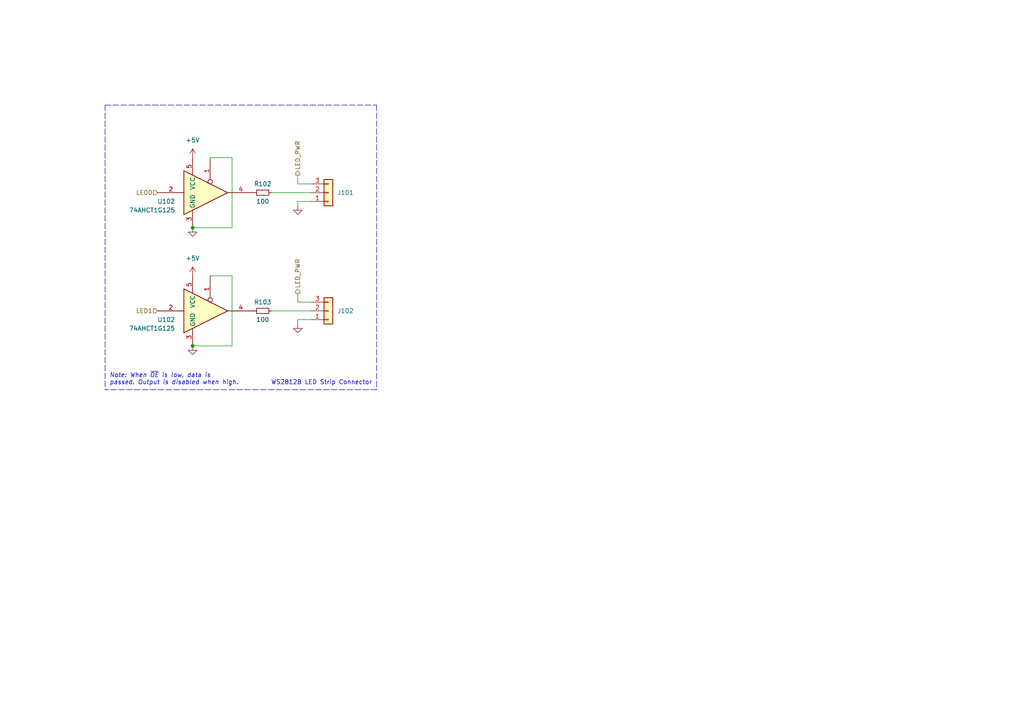
<source format=kicad_sch>
(kicad_sch (version 20231120) (generator "eeschema") (generator_version "8.0")
  (paper "A4")
  (title_block (title "WS2812B Level Shifter") (date "2024-01-01") (rev "A") (company "Butler Electronics") (comment 1 "Joshua Butler, MD, MHI"))
  (lib_symbols
    (symbol "74xGxx:74AHCT1G125"
      (property "Reference" "U" (at -2.54 3.81 0))
      (property "Value" "74AHCT1G125" (at 0 -3.81 0))
      (symbol "74AHCT1G125_0_1"
        (polyline (pts (xy -7.62 6.35) (xy -7.62 -6.35) (xy 5.08 0) (xy -7.62 6.35)) (stroke (width 0.254)) (fill (type background)))
      )
      (symbol "74AHCT1G125_1_1"
        (pin input inverted (at 0 10.16 270) (length 7.62) (name "~") (number "1"))
        (pin input line (at -15.24 0 0) (length 7.62) (name "~") (number "2"))
        (pin power_in line (at -5.08 -10.16 90) (length 5.08) (name "GND") (number "3"))
        (pin tri_state line (at 12.7 0 180) (length 7.62) (name "~") (number "4"))
        (pin power_in line (at -5.08 10.16 270) (length 5.08) (name "VCC") (number "5"))
      )
    )
    (symbol "Connector_Generic:Conn_01x03" (pin_names (offset 1.016) hide)
      (property "Reference" "J" (at 0 5.08 0))
      (property "Value" "Conn_01x03" (at 0 -5.08 0))
      (symbol "Conn_01x03_1_1"
        (rectangle (start -1.27 -2.413) (end 0 -2.667) (stroke (width 0.1524)))
        (rectangle (start -1.27 0.127) (end 0 -0.127) (stroke (width 0.1524)))
        (rectangle (start -1.27 2.667) (end 0 2.413) (stroke (width 0.1524)))
        (rectangle (start -1.27 3.81) (end 1.27 -3.81) (stroke (width 0.254)) (fill (type background)))
        (pin passive line (at -5.08 2.54 0) (length 3.81) (name "Pin_1") (number "1"))
        (pin passive line (at -5.08 0 0) (length 3.81) (name "Pin_2") (number "2"))
        (pin passive line (at -5.08 -2.54 0) (length 3.81) (name "Pin_3") (number "3"))
      )
    )
    (symbol "Device:R_Small" (pin_numbers hide) (pin_names (offset 0.254) hide)
      (property "Reference" "R" (at 0.762 0.508 0))
      (property "Value" "R_Small" (at 0.762 -1.016 0))
      (symbol "R_Small_0_1"
        (rectangle (start -0.762 1.778) (end 0.762 -1.778) (stroke (width 0.2032)))
      )
      (symbol "R_Small_1_1"
        (pin passive line (at 0 2.54 270) (length 0.762) (name "~") (number "1"))
        (pin passive line (at 0 -2.54 90) (length 0.762) (name "~") (number "2"))
      )
    )
    (symbol "power:+5V" (power) (pin_names (offset 0))
      (property "Value" "+5V" (at 0 3.556 0))
      (symbol "+5V_0_1"
        (polyline (pts (xy -0.762 1.27) (xy 0 2.54)))
        (polyline (pts (xy 0 0) (xy 0 2.54)))
        (polyline (pts (xy 0 2.54) (xy 0.762 1.27)))
      )
      (symbol "+5V_1_1"
        (pin power_in line (at 0 0 90) (length 0) hide (name "+5V") (number "1"))
      )
    )
    (symbol "power:GND" (power) (pin_names (offset 0))
      (property "Value" "GND" (at 0 -3.81 0))
      (symbol "GND_0_1"
        (polyline (pts (xy 0 0) (xy 0 -1.27) (xy 1.27 -1.27) (xy 0 -2.54) (xy -1.27 -1.27) (xy 0 -1.27)))
      )
      (symbol "GND_1_1"
        (pin power_in line (at 0 0 270) (length 0) hide (name "GND") (number "1"))
      )
    )
  )
  (junction (at 55.88 100.33))
  (junction (at 55.88 66.04))
  (polyline (pts (xy 109.22 30.48) (xy 109.22 113.03)) (stroke (width 0) (type dash)))
  (wire (pts (xy 86.36 58.42) (xy 90.17 58.42)))
  (wire (pts (xy 86.36 87.63) (xy 90.17 87.63)))
  (polyline (pts (xy 109.22 113.03) (xy 30.48 113.03)) (stroke (width 0) (type dash)))
  (wire (pts (xy 86.36 58.42) (xy 86.36 59.69)))
  (polyline (pts (xy 30.48 30.48) (xy 109.22 30.48)) (stroke (width 0) (type dash)))
  (wire (pts (xy 67.31 45.72) (xy 67.31 66.04)))
  (wire (pts (xy 60.96 80.01) (xy 67.31 80.01)))
  (wire (pts (xy 60.96 45.72) (xy 67.31 45.72)))
  (wire (pts (xy 78.74 90.17) (xy 90.17 90.17)))
  (wire (pts (xy 86.36 92.71) (xy 86.36 93.98)))
  (wire (pts (xy 86.36 92.71) (xy 90.17 92.71)))
  (wire (pts (xy 86.36 53.34) (xy 90.17 53.34)))
  (wire (pts (xy 67.31 80.01) (xy 67.31 100.33)))
  (wire (pts (xy 78.74 55.88) (xy 90.17 55.88)))
  (polyline (pts (xy 30.48 30.48) (xy 30.48 113.03)) (stroke (width 0) (type dash)))
  (wire (pts (xy 67.31 100.33) (xy 55.88 100.33)))
  (wire (pts (xy 86.36 50.8) (xy 86.36 53.34)))
  (wire (pts (xy 67.31 66.04) (xy 55.88 66.04)))
  (wire (pts (xy 86.36 87.63) (xy 86.36 85.09)))
  (text "Note: When ~{OE} is low, data is\npassed. Output is disabled when high." (at 31.75 111.76 0) (effects (font (size 1.27 1.27) (italic yes)) (justify left bottom)))
  (text "WS2812B LED Strip Connector" (at 107.95 111.76 0) (effects (font (size 1.27 1.27)) (justify right bottom)))
  (hierarchical_label "LED_PWR" (shape output) (at 86.36 50.8 90))
  (hierarchical_label "LED1" (shape input) (at 45.72 90.17 180))
  (hierarchical_label "LED_PWR" (shape output) (at 86.36 85.09 90))
  (hierarchical_label "LED0" (shape input) (at 45.72 55.88 180))
  (symbol (lib_id "Device:R_Small") (at 76.2 55.88 90) (unit 1)
    (property "Reference" "R102" (at 76.2 53.34 90))
    (property "Value" "100" (at 76.2 58.42 90))
    (property "Footprint" "Resistor_SMD:R_0603_1608Metric" (effects (hide yes)))
    (property "LCSC" "C22775" (effects (hide yes)))
    (property "Mouser" "603-RT0603FRE10100RL" (effects (hide yes)))
    (instances (project "wled-esp32-control-board" (path "" (reference "R102") (unit 1))) (project "stm32-snake-controller" (path "" (reference "R301") (unit 1))))
  )
  (symbol (lib_id "power:GND") (at 86.36 93.98 0) (unit 1)
    (property "Reference" "#PWR0112" (effects (hide yes)))
    (property "Value" "GND" (effects (hide yes)))
    (instances (project "wled-esp32-control-board" (path "" (reference "#PWR0112") (unit 1))) (project "stm32-snake-controller" (path "" (reference "#PWR0305") (unit 1))))
  )
  (symbol (lib_id "power:+5V") (at 55.88 45.72 0) (unit 1)
    (property "Reference" "#PWR0105" (effects (hide yes)))
    (property "Value" "+5V" (at 55.88 40.64 0))
    (instances (project "wled-esp32-control-board" (path "" (reference "#PWR0105") (unit 1))) (project "stm32-snake-controller" (path "" (reference "#PWR0301") (unit 1))))
  )
  (symbol (lib_id "74xGxx:74AHCT1G125") (at 60.96 55.88 0) (unit 1)
    (property "Reference" "U102" (at 50.8 58.42 0) (effects (justify right)))
    (property "Value" "74AHCT1G125" (at 50.8 60.96 0) (effects (justify right)))
    (property "Footprint" "Package_TO_SOT_SMD:SOT-23-5" (effects (hide yes)))
    (property "Datasheet" "http://www.ti.com/lit/sg/scyt129e/scyt129e.pdf" (effects (hide yes)))
    (property "LCSC" "C7484" (effects (hide yes)))
    (property "Mouser" "595-SNAHCT1G125DBVR" (effects (hide yes)))
    (instances (project "smart-chessboard-board" (path "" (reference "U102") (unit 1))) (project "wled-esp32-control-board" (path "" (reference "U101") (unit 1))) (project "7-segment-display-controller" (path "" (reference "U103") (unit 1))) (project "stm32-snake-controller" (path "" (reference "U301") (unit 1))))
  )
  (symbol (lib_id "Connector_Generic:Conn_01x03") (at 95.25 90.17 0) (mirror x) (unit 1) (in_bom no)
    (property "Reference" "J102" (at 97.79 90.17 0) (effects (justify left)))
    (property "Value" "Conn_01x03" (effects (hide yes)))
    (property "Footprint" "User_Footprint:molex-39773-0003" (effects (hide yes)))
    (property "Mouser" "538-39773-0003" (effects (hide yes)))
    (instances (project "wled-esp32-control-board" (path "" (reference "J102") (unit 1))) (project "stm32-snake-controller" (path "" (reference "J302") (unit 1))))
  )
  (symbol (lib_id "power:+5V") (at 55.88 80.01 0) (unit 1)
    (property "Reference" "#PWR0111" (effects (hide yes)))
    (property "Value" "+5V" (at 55.88 74.93 0))
    (instances (project "wled-esp32-control-board" (path "" (reference "#PWR0111") (unit 1))) (project "stm32-snake-controller" (path "" (reference "#PWR0304") (unit 1))))
  )
  (symbol (lib_id "Device:R_Small") (at 76.2 90.17 90) (unit 1)
    (property "Reference" "R103" (at 76.2 87.63 90))
    (property "Value" "100" (at 76.2 92.71 90))
    (property "Footprint" "Resistor_SMD:R_0603_1608Metric" (effects (hide yes)))
    (property "LCSC" "C22775" (effects (hide yes)))
    (property "Mouser" "603-RT0603FRE10100RL" (effects (hide yes)))
    (instances (project "wled-esp32-control-board" (path "" (reference "R103") (unit 1))) (project "stm32-snake-controller" (path "" (reference "R302") (unit 1))))
  )
  (symbol (lib_id "power:GND") (at 55.88 100.33 0) (unit 1)
    (property "Reference" "#PWR010" (effects (hide yes)))
    (property "Value" "GND" (effects (hide yes)))
    (instances (project "smart-chessboard-controller" (path "" (reference "#PWR010") (unit 1))) (project "wled-esp32-control-board" (path "" (reference "#PWR0113") (unit 1))) (project "7-segment-display-controller" (path "" (reference "#PWR0136") (unit 1))) (project "stm32-snake-controller" (path "" (reference "#PWR0306") (unit 1))))
  )
  (symbol (lib_id "Connector_Generic:Conn_01x03") (at 95.25 55.88 0) (mirror x) (unit 1) (in_bom no)
    (property "Reference" "J101" (at 97.79 55.88 0) (effects (justify left)))
    (property "Value" "Conn_01x03" (effects (hide yes)))
    (property "Footprint" "User_Footprint:molex-39773-0003" (effects (hide yes)))
    (property "Mouser" "538-39773-0003" (effects (hide yes)))
    (instances (project "wled-esp32-control-board" (path "" (reference "J101") (unit 1))) (project "stm32-snake-controller" (path "" (reference "J301") (unit 1))))
  )
  (symbol (lib_id "power:GND") (at 86.36 59.69 0) (unit 1)
    (property "Reference" "#PWR0107" (effects (hide yes)))
    (property "Value" "GND" (effects (hide yes)))
    (instances (project "wled-esp32-control-board" (path "" (reference "#PWR0107") (unit 1))) (project "stm32-snake-controller" (path "" (reference "#PWR0302") (unit 1))))
  )
  (symbol (lib_id "power:GND") (at 55.88 66.04 0) (unit 1)
    (property "Reference" "#PWR010" (effects (hide yes)))
    (property "Value" "GND" (effects (hide yes)))
    (instances (project "smart-chessboard-controller" (path "" (reference "#PWR010") (unit 1))) (project "wled-esp32-control-board" (path "" (reference "#PWR0108") (unit 1))) (project "7-segment-display-controller" (path "" (reference "#PWR0136") (unit 1))) (project "stm32-snake-controller" (path "" (reference "#PWR0303") (unit 1))))
  )
  (symbol (lib_id "74xGxx:74AHCT1G125") (at 60.96 90.17 0) (unit 1)
    (property "Reference" "U102" (at 50.8 92.71 0) (effects (justify right)))
    (property "Value" "74AHCT1G125" (at 50.8 95.25 0) (effects (justify right)))
    (property "Footprint" "Package_TO_SOT_SMD:SOT-23-5" (effects (hide yes)))
    (property "Datasheet" "http://www.ti.com/lit/sg/scyt129e/scyt129e.pdf" (effects (hide yes)))
    (property "LCSC" "C7484" (effects (hide yes)))
    (property "Mouser" "595-SNAHCT1G125DBVR" (effects (hide yes)))
    (instances (project "smart-chessboard-board" (path "" (reference "U102") (unit 1))) (project "wled-esp32-control-board" (path "" (reference "U102") (unit 1))) (project "7-segment-display-controller" (path "" (reference "U103") (unit 1))) (project "stm32-snake-controller" (path "" (reference "U302") (unit 1))))
  )
)
</source>
